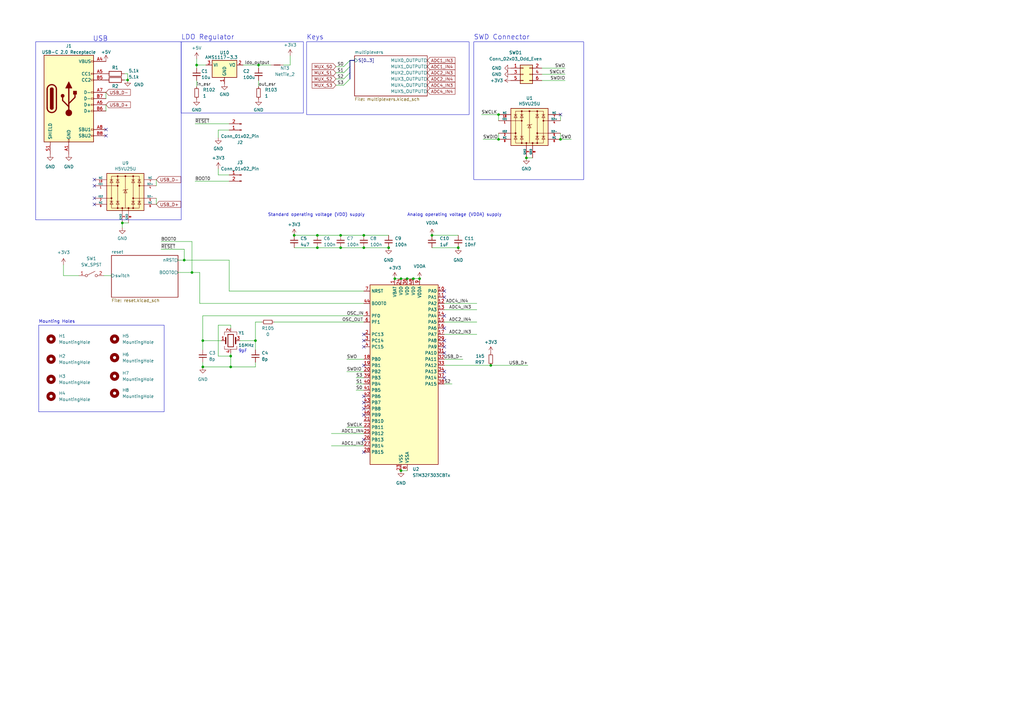
<source format=kicad_sch>
(kicad_sch (version 20230121) (generator eeschema)
  (paper "A3")
  (lib_symbols
    (symbol "Connector:Conn_01x02_Pin" (pin_names (offset 1.016) hide)
      (property "Reference" "J" (at 0 2.54 0))
      (property "Value" "Conn_01x02_Pin" (at 0 -5.08 0))
      (symbol "Conn_01x02_Pin_1_1"
        (polyline (pts (xy 1.27 -2.54) (xy 0.8636 -2.54)) (stroke (width 0.1524)))
        (polyline (pts (xy 1.27 0) (xy 0.8636 0)) (stroke (width 0.1524)))
        (rectangle (start 0.8636 -2.413) (end 0 -2.667) (stroke (width 0.1524)) (fill (type outline)))
        (rectangle (start 0.8636 0.127) (end 0 -0.127) (stroke (width 0.1524)) (fill (type outline)))
        (pin passive line (at 5.08 0 180) (length 3.81) (name "Pin_1") (number "1"))
        (pin passive line (at 5.08 -2.54 180) (length 3.81) (name "Pin_2") (number "2"))
      )
    )
    (symbol "Connector:USB_C_Receptacle_USB2.0" (pin_names (offset 1.016))
      (property "Reference" "J" (at -10.16 19.05 0))
      (property "Value" "USB_C_Receptacle_USB2.0" (at 19.05 19.05 0))
      (symbol "USB_C_Receptacle_USB2.0_0_0"
        (rectangle (start -0.254 -17.78) (end 0.254 -16.764))
        (rectangle (start 10.16 -14.986) (end 9.144 -15.494))
        (rectangle (start 10.16 -12.446) (end 9.144 -12.954))
        (rectangle (start 10.16 -4.826) (end 9.144 -5.334))
        (rectangle (start 10.16 -2.286) (end 9.144 -2.794))
        (rectangle (start 10.16 0.254) (end 9.144 -0.254))
        (rectangle (start 10.16 2.794) (end 9.144 2.286))
        (rectangle (start 10.16 7.874) (end 9.144 7.366))
        (rectangle (start 10.16 10.414) (end 9.144 9.906))
        (rectangle (start 10.16 15.494) (end 9.144 14.986))
      )
      (symbol "USB_C_Receptacle_USB2.0_0_1"
        (rectangle (start -10.16 17.78) (end 10.16 -17.78) (stroke (width 0.254)) (fill (type background)))
        (arc (start -8.89 -3.81) (mid -6.985 -5.7067) (end -5.08 -3.81) (stroke (width 0.508)))
        (arc (start -7.62 -3.81) (mid -6.985 -4.4423) (end -6.35 -3.81) (stroke (width 0.254)))
        (arc (start -7.62 -3.81) (mid -6.985 -4.4423) (end -6.35 -3.81) (stroke (width 0.254)) (fill (type outline)))
        (rectangle (start -7.62 -3.81) (end -6.35 3.81) (stroke (width 0.254)) (fill (type outline)))
        (arc (start -6.35 3.81) (mid -6.985 4.4423) (end -7.62 3.81) (stroke (width 0.254)))
        (arc (start -6.35 3.81) (mid -6.985 4.4423) (end -7.62 3.81) (stroke (width 0.254)) (fill (type outline)))
        (arc (start -5.08 3.81) (mid -6.985 5.7067) (end -8.89 3.81) (stroke (width 0.508)))
        (circle (center -2.54 1.143) (radius 0.635) (stroke (width 0.254)) (fill (type outline)))
        (circle (center 0 -5.842) (radius 1.27) (fill (type outline)))
        (polyline (pts (xy -8.89 -3.81) (xy -8.89 3.81)) (stroke (width 0.508)))
        (polyline (pts (xy -5.08 3.81) (xy -5.08 -3.81)) (stroke (width 0.508)))
        (polyline (pts (xy 0 -5.842) (xy 0 4.318)) (stroke (width 0.508)))
        (polyline (pts (xy 0 -3.302) (xy -2.54 -0.762) (xy -2.54 0.508)) (stroke (width 0.508)))
        (polyline (pts (xy 0 -2.032) (xy 2.54 0.508) (xy 2.54 1.778)) (stroke (width 0.508)))
        (polyline (pts (xy -1.27 4.318) (xy 0 6.858) (xy 1.27 4.318) (xy -1.27 4.318)) (stroke (width 0.254)) (fill (type outline)))
        (rectangle (start 1.905 1.778) (end 3.175 3.048) (stroke (width 0.254)) (fill (type outline)))
      )
      (symbol "USB_C_Receptacle_USB2.0_1_1"
        (pin passive line (at 0 -22.86 90) (length 5.08) (name "GND") (number "A1"))
        (pin passive line (at 0 -22.86 90) (length 5.08) hide (name "GND") (number "A12"))
        (pin passive line (at 15.24 15.24 180) (length 5.08) (name "VBUS") (number "A4"))
        (pin bidirectional line (at 15.24 10.16 180) (length 5.08) (name "CC1") (number "A5"))
        (pin bidirectional line (at 15.24 -2.54 180) (length 5.08) (name "D+") (number "A6"))
        (pin bidirectional line (at 15.24 2.54 180) (length 5.08) (name "D-") (number "A7"))
        (pin bidirectional line (at 15.24 -12.7 180) (length 5.08) (name "SBU1") (number "A8"))
        (pin passive line (at 15.24 15.24 180) (length 5.08) hide (name "VBUS") (number "A9"))
        (pin passive line (at 0 -22.86 90) (length 5.08) hide (name "GND") (number "B1"))
        (pin passive line (at 0 -22.86 90) (length 5.08) hide (name "GND") (number "B12"))
        (pin passive line (at 15.24 15.24 180) (length 5.08) hide (name "VBUS") (number "B4"))
        (pin bidirectional line (at 15.24 7.62 180) (length 5.08) (name "CC2") (number "B5"))
        (pin bidirectional line (at 15.24 -5.08 180) (length 5.08) (name "D+") (number "B6"))
        (pin bidirectional line (at 15.24 0 180) (length 5.08) (name "D-") (number "B7"))
        (pin bidirectional line (at 15.24 -15.24 180) (length 5.08) (name "SBU2") (number "B8"))
        (pin passive line (at 15.24 15.24 180) (length 5.08) hide (name "VBUS") (number "B9"))
        (pin passive line (at -7.62 -22.86 90) (length 5.08) (name "SHIELD") (number "S1"))
      )
    )
    (symbol "Connector_Generic:Conn_02x03_Odd_Even" (pin_names (offset 1.016) hide)
      (property "Reference" "J" (at 1.27 5.08 0))
      (property "Value" "Conn_02x03_Odd_Even" (at 1.27 -5.08 0))
      (symbol "Conn_02x03_Odd_Even_1_1"
        (rectangle (start -1.27 -2.413) (end 0 -2.667) (stroke (width 0.1524)))
        (rectangle (start -1.27 0.127) (end 0 -0.127) (stroke (width 0.1524)))
        (rectangle (start -1.27 2.667) (end 0 2.413) (stroke (width 0.1524)))
        (rectangle (start -1.27 3.81) (end 3.81 -3.81) (stroke (width 0.254)) (fill (type background)))
        (rectangle (start 3.81 -2.413) (end 2.54 -2.667) (stroke (width 0.1524)))
        (rectangle (start 3.81 0.127) (end 2.54 -0.127) (stroke (width 0.1524)))
        (rectangle (start 3.81 2.667) (end 2.54 2.413) (stroke (width 0.1524)))
        (pin passive line (at -5.08 2.54 0) (length 3.81) (name "Pin_1") (number "1"))
        (pin passive line (at 7.62 2.54 180) (length 3.81) (name "Pin_2") (number "2"))
        (pin passive line (at -5.08 0 0) (length 3.81) (name "Pin_3") (number "3"))
        (pin passive line (at 7.62 0 180) (length 3.81) (name "Pin_4") (number "4"))
        (pin passive line (at -5.08 -2.54 0) (length 3.81) (name "Pin_5") (number "5"))
        (pin passive line (at 7.62 -2.54 180) (length 3.81) (name "Pin_6") (number "6"))
      )
    )
    (symbol "Device:C_Small" (pin_numbers hide) (pin_names (offset 0.254) hide)
      (property "Reference" "C" (at 0.254 1.778 0))
      (property "Value" "C_Small" (at 0.254 -2.032 0))
      (symbol "C_Small_0_1"
        (polyline (pts (xy -1.524 -0.508) (xy 1.524 -0.508)) (stroke (width 0.3302)))
        (polyline (pts (xy -1.524 0.508) (xy 1.524 0.508)) (stroke (width 0.3048)))
      )
      (symbol "C_Small_1_1"
        (pin passive line (at 0 2.54 270) (length 2.032) (name "~") (number "1"))
        (pin passive line (at 0 -2.54 90) (length 2.032) (name "~") (number "2"))
      )
    )
    (symbol "Device:Crystal_GND24" (pin_names (offset 1.016) hide)
      (property "Reference" "Y" (at 3.175 5.08 0))
      (property "Value" "Crystal_GND24" (at 3.175 3.175 0))
      (symbol "Crystal_GND24_0_1"
        (rectangle (start -1.143 2.54) (end 1.143 -2.54) (stroke (width 0.3048)))
        (polyline (pts (xy -2.54 0) (xy -2.032 0)))
        (polyline (pts (xy -2.032 -1.27) (xy -2.032 1.27)) (stroke (width 0.508)))
        (polyline (pts (xy 0 -3.81) (xy 0 -3.556)))
        (polyline (pts (xy 0 3.556) (xy 0 3.81)))
        (polyline (pts (xy 2.032 -1.27) (xy 2.032 1.27)) (stroke (width 0.508)))
        (polyline (pts (xy 2.032 0) (xy 2.54 0)))
        (polyline (pts (xy -2.54 -2.286) (xy -2.54 -3.556) (xy 2.54 -3.556) (xy 2.54 -2.286)))
        (polyline (pts (xy -2.54 2.286) (xy -2.54 3.556) (xy 2.54 3.556) (xy 2.54 2.286)))
      )
      (symbol "Crystal_GND24_1_1"
        (pin passive line (at -3.81 0 0) (length 1.27) (name "1") (number "1"))
        (pin passive line (at 0 5.08 270) (length 1.27) (name "2") (number "2"))
        (pin passive line (at 3.81 0 180) (length 1.27) (name "3") (number "3"))
        (pin passive line (at 0 -5.08 90) (length 1.27) (name "4") (number "4"))
      )
    )
    (symbol "Device:NetTie_2" (pin_numbers hide) (pin_names (offset 0) hide) (in_bom no)
      (property "Reference" "NT" (at 0 1.27 0))
      (property "Value" "NetTie_2" (at 0 -1.27 0))
      (symbol "NetTie_2_0_1"
        (polyline (pts (xy -1.27 0) (xy 1.27 0)) (stroke (width 0.254)))
      )
      (symbol "NetTie_2_1_1"
        (pin passive line (at -2.54 0 0) (length 2.54) (name "1") (number "1"))
        (pin passive line (at 2.54 0 180) (length 2.54) (name "2") (number "2"))
      )
    )
    (symbol "Device:R" (pin_numbers hide) (pin_names (offset 0))
      (property "Reference" "R" (at 2.032 0 90))
      (property "Value" "R" (at 0 0 90))
      (symbol "R_0_1"
        (rectangle (start -1.016 -2.54) (end 1.016 2.54) (stroke (width 0.254)))
      )
      (symbol "R_1_1"
        (pin passive line (at 0 3.81 270) (length 1.27) (name "~") (number "1"))
        (pin passive line (at 0 -3.81 90) (length 1.27) (name "~") (number "2"))
      )
    )
    (symbol "Device:R_Small" (pin_numbers hide) (pin_names (offset 0.254) hide)
      (property "Reference" "R" (at 0.762 0.508 0))
      (property "Value" "R_Small" (at 0.762 -1.016 0))
      (symbol "R_Small_0_1"
        (rectangle (start -0.762 1.778) (end 0.762 -1.778) (stroke (width 0.2032)))
      )
      (symbol "R_Small_1_1"
        (pin passive line (at 0 2.54 270) (length 0.762) (name "~") (number "1"))
        (pin passive line (at 0 -2.54 90) (length 0.762) (name "~") (number "2"))
      )
    )
    (symbol "MCU_ST_STM32F3:STM32F303CBTx"
      (property "Reference" "U" (at -12.7 39.37 0))
      (property "Value" "STM32F303CBTx" (at 10.16 39.37 0))
      (symbol "STM32F303CBTx_0_1"
        (rectangle (start -12.7 -35.56) (end 15.24 38.1) (stroke (width 0.254)) (fill (type background)))
      )
      (symbol "STM32F303CBTx_1_1"
        (pin power_in line (at -2.54 40.64 270) (length 2.54) (name "VBAT") (number "1"))
        (pin bidirectional line (at 17.78 35.56 180) (length 2.54) (name "PA0") (number "10"))
        (pin bidirectional line (at 17.78 33.02 180) (length 2.54) (name "PA1") (number "11"))
        (pin bidirectional line (at 17.78 30.48 180) (length 2.54) (name "PA2") (number "12"))
        (pin bidirectional line (at 17.78 27.94 180) (length 2.54) (name "PA3") (number "13"))
        (pin bidirectional line (at 17.78 25.4 180) (length 2.54) (name "PA4") (number "14"))
        (pin bidirectional line (at 17.78 22.86 180) (length 2.54) (name "PA5") (number "15"))
        (pin bidirectional line (at 17.78 20.32 180) (length 2.54) (name "PA6") (number "16"))
        (pin bidirectional line (at 17.78 17.78 180) (length 2.54) (name "PA7") (number "17"))
        (pin bidirectional line (at -15.24 7.62 0) (length 2.54) (name "PB0") (number "18"))
        (pin bidirectional line (at -15.24 5.08 0) (length 2.54) (name "PB1") (number "19"))
        (pin bidirectional line (at -15.24 17.78 0) (length 2.54) (name "PC13") (number "2"))
        (pin bidirectional line (at -15.24 2.54 0) (length 2.54) (name "PB2") (number "20"))
        (pin bidirectional line (at -15.24 -17.78 0) (length 2.54) (name "PB10") (number "21"))
        (pin bidirectional line (at -15.24 -20.32 0) (length 2.54) (name "PB11") (number "22"))
        (pin power_in line (at 0 -38.1 90) (length 2.54) (name "VSS") (number "23"))
        (pin power_in line (at 0 40.64 270) (length 2.54) (name "VDD") (number "24"))
        (pin bidirectional line (at -15.24 -22.86 0) (length 2.54) (name "PB12") (number "25"))
        (pin bidirectional line (at -15.24 -25.4 0) (length 2.54) (name "PB13") (number "26"))
        (pin bidirectional line (at -15.24 -27.94 0) (length 2.54) (name "PB14") (number "27"))
        (pin bidirectional line (at -15.24 -30.48 0) (length 2.54) (name "PB15") (number "28"))
        (pin bidirectional line (at 17.78 15.24 180) (length 2.54) (name "PA8") (number "29"))
        (pin bidirectional line (at -15.24 15.24 0) (length 2.54) (name "PC14") (number "3"))
        (pin bidirectional line (at 17.78 12.7 180) (length 2.54) (name "PA9") (number "30"))
        (pin bidirectional line (at 17.78 10.16 180) (length 2.54) (name "PA10") (number "31"))
        (pin bidirectional line (at 17.78 7.62 180) (length 2.54) (name "PA11") (number "32"))
        (pin bidirectional line (at 17.78 5.08 180) (length 2.54) (name "PA12") (number "33"))
        (pin bidirectional line (at 17.78 2.54 180) (length 2.54) (name "PA13") (number "34"))
        (pin passive line (at 0 -38.1 90) (length 2.54) hide (name "VSS") (number "35"))
        (pin power_in line (at 2.54 40.64 270) (length 2.54) (name "VDD") (number "36"))
        (pin bidirectional line (at 17.78 0 180) (length 2.54) (name "PA14") (number "37"))
        (pin bidirectional line (at 17.78 -2.54 180) (length 2.54) (name "PA15") (number "38"))
        (pin bidirectional line (at -15.24 0 0) (length 2.54) (name "PB3") (number "39"))
        (pin bidirectional line (at -15.24 12.7 0) (length 2.54) (name "PC15") (number "4"))
        (pin bidirectional line (at -15.24 -2.54 0) (length 2.54) (name "PB4") (number "40"))
        (pin bidirectional line (at -15.24 -5.08 0) (length 2.54) (name "PB5") (number "41"))
        (pin bidirectional line (at -15.24 -7.62 0) (length 2.54) (name "PB6") (number "42"))
        (pin bidirectional line (at -15.24 -10.16 0) (length 2.54) (name "PB7") (number "43"))
        (pin input line (at -15.24 30.48 0) (length 2.54) (name "BOOT0") (number "44"))
        (pin bidirectional line (at -15.24 -12.7 0) (length 2.54) (name "PB8") (number "45"))
        (pin bidirectional line (at -15.24 -15.24 0) (length 2.54) (name "PB9") (number "46"))
        (pin passive line (at 0 -38.1 90) (length 2.54) hide (name "VSS") (number "47"))
        (pin power_in line (at 5.08 40.64 270) (length 2.54) (name "VDD") (number "48"))
        (pin bidirectional line (at -15.24 25.4 0) (length 2.54) (name "PF0") (number "5"))
        (pin bidirectional line (at -15.24 22.86 0) (length 2.54) (name "PF1") (number "6"))
        (pin input line (at -15.24 35.56 0) (length 2.54) (name "NRST") (number "7"))
        (pin power_in line (at 2.54 -38.1 90) (length 2.54) (name "VSSA") (number "8"))
        (pin power_in line (at 7.62 40.64 270) (length 2.54) (name "VDDA") (number "9"))
      )
    )
    (symbol "Mechanical:MountingHole" (pin_names (offset 1.016))
      (property "Reference" "H" (at 0 5.08 0))
      (property "Value" "MountingHole" (at 0 3.175 0))
      (symbol "MountingHole_0_1"
        (circle (center 0 0) (radius 1.27) (stroke (width 1.27)))
      )
    )
    (symbol "Regulator_Linear:AMS1117-3.3"
      (property "Reference" "U" (at -3.81 3.175 0))
      (property "Value" "AMS1117-3.3" (at 0 3.175 0))
      (symbol "AMS1117-3.3_0_1"
        (rectangle (start -5.08 -5.08) (end 5.08 1.905) (stroke (width 0.254)) (fill (type background)))
      )
      (symbol "AMS1117-3.3_1_1"
        (pin power_in line (at 0 -7.62 90) (length 2.54) (name "GND") (number "1"))
        (pin power_out line (at 7.62 0 180) (length 2.54) (name "VO") (number "2"))
        (pin power_in line (at -7.62 0 0) (length 2.54) (name "VI") (number "3"))
      )
    )
    (symbol "Switch:SW_SPST" (pin_names (offset 0) hide)
      (property "Reference" "SW" (at 0 3.175 0))
      (property "Value" "SW_SPST" (at 0 -2.54 0))
      (symbol "SW_SPST_0_0"
        (circle (center -2.032 0) (radius 0.508))
        (polyline (pts (xy -1.524 0.254) (xy 1.524 1.778)))
        (circle (center 2.032 0) (radius 0.508))
      )
      (symbol "SW_SPST_1_1"
        (pin passive line (at -5.08 0 0) (length 2.54) (name "A") (number "1"))
        (pin passive line (at 5.08 0 180) (length 2.54) (name "B") (number "2"))
      )
    )
    (symbol "Unified-Daughterboard-rescue:TPD4E05U06DQAR-acheronSymbols" (pin_names (offset 0))
      (property "Reference" "U" (at 0 12.7 0))
      (property "Value" "TPD4E05U06DQAR-acheronSymbols" (at 0 10.16 0))
      (symbol "TPD4E05U06DQAR-acheronSymbols_0_0"
        (rectangle (start -5.715 6.477) (end 5.715 -6.604))
        (polyline (pts (xy -3.175 -6.604) (xy -3.175 6.477)))
        (polyline (pts (xy 0 6.477) (xy 0 -6.604)))
        (polyline (pts (xy 3.175 6.477) (xy 3.175 -6.604)))
      )
      (symbol "TPD4E05U06DQAR-acheronSymbols_0_1"
        (rectangle (start -7.62 7.62) (end 7.62 -7.62) (stroke (width 0.254)) (fill (type background)))
        (circle (center -5.715 -2.54) (radius 0.2794) (fill (type outline)))
        (circle (center -3.175 -6.604) (radius 0.2794) (fill (type outline)))
        (circle (center -3.175 2.54) (radius 0.2794) (fill (type outline)))
        (circle (center -3.175 6.477) (radius 0.2794) (fill (type outline)))
        (circle (center -1.27 -6.604) (radius 0.2794) (fill (type outline)))
        (polyline (pts (xy -7.747 2.54) (xy -3.175 2.54)))
        (polyline (pts (xy -7.62 -2.54) (xy -5.715 -2.54)))
        (polyline (pts (xy -5.08 -3.81) (xy -6.35 -3.81)))
        (polyline (pts (xy -5.08 5.08) (xy -6.35 5.08)))
        (polyline (pts (xy -2.54 -3.81) (xy -3.81 -3.81)))
        (polyline (pts (xy -2.54 5.08) (xy -3.81 5.08)))
        (polyline (pts (xy -1.27 -6.604) (xy -1.27 -7.62)))
        (polyline (pts (xy -0.635 0.889) (xy -1.016 0.635)))
        (polyline (pts (xy 0.635 0.889) (xy -0.635 0.889)))
        (polyline (pts (xy 0.635 0.889) (xy 1.016 1.143)))
        (polyline (pts (xy 3.81 -3.81) (xy 2.54 -3.81)))
        (polyline (pts (xy 3.81 5.08) (xy 2.54 5.08)))
        (polyline (pts (xy 6.35 -3.81) (xy 5.08 -3.81)))
        (polyline (pts (xy 6.35 5.08) (xy 5.08 5.08)))
        (polyline (pts (xy 7.62 -2.54) (xy 3.175 -2.54)))
        (polyline (pts (xy 7.62 2.54) (xy 5.715 2.54)))
        (polyline (pts (xy -5.08 -5.08) (xy -6.35 -5.08) (xy -5.715 -3.81) (xy -5.08 -5.08)))
        (polyline (pts (xy -5.08 3.81) (xy -6.35 3.81) (xy -5.715 5.08) (xy -5.08 3.81)))
        (polyline (pts (xy -2.54 -5.08) (xy -3.81 -5.08) (xy -3.175 -3.81) (xy -2.54 -5.08)))
        (polyline (pts (xy -2.54 3.81) (xy -3.81 3.81) (xy -3.175 5.08) (xy -2.54 3.81)))
        (polyline (pts (xy 0.635 -0.381) (xy -0.635 -0.381) (xy 0 0.889) (xy 0.635 -0.381)))
        (polyline (pts (xy 3.81 -5.08) (xy 2.54 -5.08) (xy 3.175 -3.81) (xy 3.81 -5.08)))
        (polyline (pts (xy 3.81 3.81) (xy 2.54 3.81) (xy 3.175 5.08) (xy 3.81 3.81)))
        (polyline (pts (xy 6.35 -5.08) (xy 5.08 -5.08) (xy 5.715 -3.81) (xy 6.35 -5.08)))
        (polyline (pts (xy 6.35 3.81) (xy 5.08 3.81) (xy 5.715 5.08) (xy 6.35 3.81)))
        (circle (center 0 6.477) (radius 0.2794) (fill (type outline)))
        (circle (center 3.175 -6.604) (radius 0.2794) (fill (type outline)))
        (circle (center 3.175 -2.54) (radius 0.2794) (fill (type outline)))
        (circle (center 3.175 6.477) (radius 0.2794) (fill (type outline)))
        (circle (center 5.715 2.54) (radius 0.2794) (fill (type outline)))
      )
      (symbol "TPD4E05U06DQAR-acheronSymbols_1_1"
        (polyline (pts (xy 1.27 -6.604) (xy 1.27 -7.62)))
        (circle (center 1.27 -6.604) (radius 0.2794) (fill (type outline)))
        (pin bidirectional line (at -12.7 2.54 0) (length 5.08) (name "IO1") (number "1"))
        (pin bidirectional line (at -12.7 5.08 0) (length 5.08) (name "NC") (number "10"))
        (pin bidirectional line (at -12.7 -2.54 0) (length 5.08) (name "IO2") (number "2"))
        (pin power_in line (at -1.27 -12.7 90) (length 5.08) (name "GND") (number "3"))
        (pin bidirectional line (at 12.7 2.54 180) (length 5.08) (name "D2+") (number "4"))
        (pin bidirectional line (at 12.7 -2.54 180) (length 5.08) (name "D2-") (number "5"))
        (pin bidirectional line (at 12.7 -5.08 180) (length 5.08) (name "NC") (number "6"))
        (pin bidirectional line (at 12.7 5.08 180) (length 5.08) (name "NC") (number "7"))
        (pin power_in line (at 1.27 -12.7 90) (length 5.08) (name "GND") (number "8"))
        (pin bidirectional line (at -12.7 -5.08 0) (length 5.08) (name "NC") (number "9"))
      )
    )
    (symbol "power:+3V3" (power) (pin_names (offset 0))
      (property "Value" "+3V3" (at 0 3.556 0))
      (symbol "+3V3_0_1"
        (polyline (pts (xy -0.762 1.27) (xy 0 2.54)))
        (polyline (pts (xy 0 0) (xy 0 2.54)))
        (polyline (pts (xy 0 2.54) (xy 0.762 1.27)))
      )
      (symbol "+3V3_1_1"
        (pin power_in line (at 0 0 90) (length 0) hide (name "+3V3") (number "1"))
      )
    )
    (symbol "power:+5V" (power) (pin_names (offset 0))
      (property "Value" "+5V" (at 0 3.556 0))
      (symbol "+5V_0_1"
        (polyline (pts (xy -0.762 1.27) (xy 0 2.54)))
        (polyline (pts (xy 0 0) (xy 0 2.54)))
        (polyline (pts (xy 0 2.54) (xy 0.762 1.27)))
      )
      (symbol "+5V_1_1"
        (pin power_in line (at 0 0 90) (length 0) hide (name "+5V") (number "1"))
      )
    )
    (symbol "power:GND" (power) (pin_names (offset 0))
      (property "Value" "GND" (at 0 -3.81 0))
      (symbol "GND_0_1"
        (polyline (pts (xy 0 0) (xy 0 -1.27) (xy 1.27 -1.27) (xy 0 -2.54) (xy -1.27 -1.27) (xy 0 -1.27)))
      )
      (symbol "GND_1_1"
        (pin power_in line (at 0 0 270) (length 0) hide (name "GND") (number "1"))
      )
    )
    (symbol "power:VDDA" (power) (pin_names (offset 0))
      (property "Value" "VDDA" (at 0 3.81 0))
      (symbol "VDDA_0_1"
        (polyline (pts (xy -0.762 1.27) (xy 0 2.54)))
        (polyline (pts (xy 0 0) (xy 0 2.54)))
        (polyline (pts (xy 0 2.54) (xy 0.762 1.27)))
      )
      (symbol "VDDA_1_1"
        (pin power_in line (at 0 0 90) (length 0) hide (name "VDDA") (number "1"))
      )
    )
  )
  (junction (at 75.565 106.68))
  (junction (at 80.645 26.67))
  (junction (at 94.615 146.05))
  (junction (at 139.7 96.52))
  (junction (at 204.47 46.99))
  (junction (at 215.9 64.77))
  (junction (at 164.465 193.04))
  (junction (at 78.74 111.76))
  (junction (at 164.465 114.3))
  (junction (at 169.545 114.3))
  (junction (at 130.175 96.52))
  (junction (at 139.7 101.6))
  (junction (at 161.925 114.3))
  (junction (at 204.47 57.15))
  (junction (at 172.085 114.3))
  (junction (at 149.225 101.6))
  (junction (at 104.775 139.7))
  (junction (at 159.385 101.6))
  (junction (at 106.045 26.67))
  (junction (at 187.96 101.6))
  (junction (at 50.165 91.44))
  (junction (at 83.185 139.7))
  (junction (at 177.165 96.52))
  (junction (at 130.175 101.6))
  (junction (at 201.295 149.86))
  (junction (at 167.005 114.3))
  (junction (at 229.87 57.15))
  (junction (at 52.3494 32.8168))
  (junction (at 149.225 96.52))
  (junction (at 120.65 96.52))
  (junction (at 83.185 150.495))
  (junction (at 94.615 150.495))
  (no_connect (at 149.225 139.7))
  (no_connect (at 38.735 83.82))
  (no_connect (at 149.225 162.56))
  (no_connect (at 149.225 137.16))
  (no_connect (at 149.225 185.42))
  (no_connect (at 182.245 121.92))
  (no_connect (at 182.245 154.94))
  (no_connect (at 43.4594 55.6768))
  (no_connect (at 149.225 142.24))
  (no_connect (at 182.245 142.24))
  (no_connect (at 182.245 152.4))
  (no_connect (at 38.735 81.28))
  (no_connect (at 38.735 73.66))
  (no_connect (at 149.225 180.34))
  (no_connect (at 149.225 170.18))
  (no_connect (at 149.225 167.64))
  (no_connect (at 182.245 134.62))
  (no_connect (at 182.245 144.78))
  (no_connect (at 38.735 76.2))
  (no_connect (at 182.245 139.7))
  (no_connect (at 182.245 129.54))
  (no_connect (at 149.225 165.1))
  (no_connect (at 182.245 119.38))
  (no_connect (at 229.87 46.99))
  (no_connect (at 149.225 149.86))
  (no_connect (at 43.4594 53.1368))
  (bus_entry (at 143.51 29.845) (size -2.54 2.54))
  (bus_entry (at 143.51 32.385) (size -2.54 2.54))
  (bus_entry (at 143.51 27.305) (size -2.54 2.54))
  (bus_entry (at 143.51 24.765) (size -2.54 2.54))
  (wire (pts (xy 229.87 54.61) (xy 229.87 57.15)))
  (wire (pts (xy 149.225 152.4) (xy 142.24 152.4)))
  (wire (pts (xy 106.045 27.94) (xy 106.045 26.67)))
  (wire (pts (xy 182.245 147.32) (xy 189.865 147.32)))
  (wire (pts (xy 83.185 143.51) (xy 83.185 139.7)))
  (wire (pts (xy 80.645 35.56) (xy 80.645 33.02)))
  (wire (pts (xy 26.035 113.03) (xy 26.035 108.585)))
  (wire (pts (xy 43.4594 37.8968) (xy 43.4594 40.4368)))
  (wire (pts (xy 140.97 34.925) (xy 137.795 34.925)))
  (wire (pts (xy 140.97 27.305) (xy 137.795 27.305)))
  (wire (pts (xy 231.775 30.48) (xy 222.25 30.48)))
  (wire (pts (xy 81.915 111.76) (xy 81.915 124.46)))
  (wire (pts (xy 197.485 46.99) (xy 204.47 46.99)))
  (wire (pts (xy 118.999 26.67) (xy 118.999 22.86)))
  (wire (pts (xy 182.245 127) (xy 195.58 127)))
  (wire (pts (xy 93.98 119.38) (xy 149.225 119.38)))
  (wire (pts (xy 94.615 133.35) (xy 89.535 133.35)))
  (wire (pts (xy 93.98 106.68) (xy 93.98 119.38)))
  (wire (pts (xy 231.775 33.02) (xy 222.25 33.02)))
  (wire (pts (xy 94.615 134.62) (xy 94.615 133.35)))
  (bus (pts (xy 143.51 29.845) (xy 143.51 32.385)))
  (wire (pts (xy 198.12 57.15) (xy 204.47 57.15)))
  (wire (pts (xy 80.645 24.13) (xy 80.645 26.67)))
  (wire (pts (xy 89.535 146.05) (xy 94.615 146.05)))
  (wire (pts (xy 139.7 96.52) (xy 149.225 96.52)))
  (wire (pts (xy 89.535 71.755) (xy 93.98 71.755)))
  (wire (pts (xy 75.565 102.235) (xy 75.565 106.68)))
  (wire (pts (xy 146.05 154.94) (xy 149.225 154.94)))
  (wire (pts (xy 83.185 139.7) (xy 83.185 129.54)))
  (wire (pts (xy 140.97 29.845) (xy 137.795 29.845)))
  (wire (pts (xy 229.87 57.15) (xy 234.315 57.15)))
  (wire (pts (xy 120.65 101.6) (xy 130.175 101.6)))
  (wire (pts (xy 142.24 175.26) (xy 149.225 175.26)))
  (wire (pts (xy 42.545 113.03) (xy 45.72 113.03)))
  (wire (pts (xy 89.535 53.34) (xy 93.98 53.34)))
  (wire (pts (xy 164.465 193.04) (xy 167.005 193.04)))
  (wire (pts (xy 104.775 143.51) (xy 104.775 139.7)))
  (wire (pts (xy 75.565 106.68) (xy 93.98 106.68)))
  (wire (pts (xy 80.645 26.67) (xy 84.455 26.67)))
  (wire (pts (xy 52.3494 32.8168) (xy 51.0794 32.8168)))
  (wire (pts (xy 106.045 26.67) (xy 111.125 26.67)))
  (wire (pts (xy 149.225 96.52) (xy 159.385 96.52)))
  (wire (pts (xy 80.01 50.8) (xy 93.98 50.8)))
  (bus (pts (xy 143.51 27.305) (xy 143.51 29.845)))
  (wire (pts (xy 64.135 73.66) (xy 64.135 76.2)))
  (wire (pts (xy 80.01 74.295) (xy 93.98 74.295)))
  (wire (pts (xy 89.535 56.515) (xy 89.535 53.34)))
  (wire (pts (xy 89.535 69.215) (xy 89.535 71.755)))
  (wire (pts (xy 80.645 27.94) (xy 80.645 26.67)))
  (wire (pts (xy 169.545 114.3) (xy 172.085 114.3)))
  (wire (pts (xy 182.245 157.48) (xy 185.42 157.48)))
  (wire (pts (xy 81.915 124.46) (xy 149.225 124.46)))
  (wire (pts (xy 140.97 32.385) (xy 137.795 32.385)))
  (wire (pts (xy 204.47 54.61) (xy 204.47 57.15)))
  (wire (pts (xy 78.74 111.76) (xy 78.74 99.06)))
  (wire (pts (xy 52.3494 30.2768) (xy 52.3494 32.8168)))
  (wire (pts (xy 120.65 96.52) (xy 130.175 96.52)))
  (wire (pts (xy 106.045 35.56) (xy 106.045 33.02)))
  (wire (pts (xy 32.385 113.03) (xy 26.035 113.03)))
  (wire (pts (xy 116.205 26.67) (xy 118.999 26.67)))
  (wire (pts (xy 83.185 148.59) (xy 83.185 150.495)))
  (wire (pts (xy 104.775 139.7) (xy 104.775 132.08)))
  (wire (pts (xy 81.915 111.76) (xy 78.74 111.76)))
  (wire (pts (xy 139.7 101.6) (xy 149.225 101.6)))
  (wire (pts (xy 89.535 133.35) (xy 89.535 146.05)))
  (wire (pts (xy 66.04 102.235) (xy 75.565 102.235)))
  (wire (pts (xy 135.89 177.8) (xy 149.225 177.8)))
  (wire (pts (xy 94.615 150.495) (xy 104.775 150.495)))
  (wire (pts (xy 182.245 124.46) (xy 195.58 124.46)))
  (wire (pts (xy 52.3494 30.2768) (xy 51.0794 30.2768)))
  (wire (pts (xy 182.245 132.08) (xy 195.58 132.08)))
  (wire (pts (xy 146.05 160.02) (xy 149.225 160.02)))
  (bus (pts (xy 143.51 24.765) (xy 143.51 27.305)))
  (wire (pts (xy 50.165 91.44) (xy 52.705 91.44)))
  (wire (pts (xy 215.9 64.77) (xy 218.44 64.77)))
  (wire (pts (xy 98.425 139.7) (xy 104.775 139.7)))
  (wire (pts (xy 201.295 149.86) (xy 216.535 149.86)))
  (wire (pts (xy 229.87 46.99) (xy 229.87 49.53)))
  (wire (pts (xy 73.025 106.68) (xy 75.565 106.68)))
  (wire (pts (xy 204.47 46.99) (xy 204.47 49.53)))
  (wire (pts (xy 182.245 149.86) (xy 201.295 149.86)))
  (wire (pts (xy 94.615 146.05) (xy 94.615 144.78)))
  (wire (pts (xy 231.775 27.94) (xy 222.25 27.94)))
  (wire (pts (xy 146.05 157.48) (xy 149.225 157.48)))
  (wire (pts (xy 177.165 96.52) (xy 187.96 96.52)))
  (wire (pts (xy 164.465 114.3) (xy 167.005 114.3)))
  (wire (pts (xy 149.225 101.6) (xy 159.385 101.6)))
  (wire (pts (xy 66.04 99.06) (xy 78.74 99.06)))
  (wire (pts (xy 50.165 91.44) (xy 50.165 93.345)))
  (wire (pts (xy 112.395 132.08) (xy 149.225 132.08)))
  (wire (pts (xy 104.775 132.08) (xy 107.315 132.08)))
  (wire (pts (xy 83.185 150.495) (xy 94.615 150.495)))
  (wire (pts (xy 130.175 101.6) (xy 139.7 101.6)))
  (wire (pts (xy 64.135 81.28) (xy 64.135 83.82)))
  (wire (pts (xy 135.89 182.88) (xy 149.225 182.88)))
  (wire (pts (xy 130.175 96.52) (xy 139.7 96.52)))
  (wire (pts (xy 142.24 147.32) (xy 149.225 147.32)))
  (wire (pts (xy 94.615 146.05) (xy 94.615 150.495)))
  (wire (pts (xy 182.245 137.16) (xy 195.58 137.16)))
  (wire (pts (xy 161.925 114.3) (xy 164.465 114.3)))
  (wire (pts (xy 73.025 111.76) (xy 78.74 111.76)))
  (wire (pts (xy 177.165 101.6) (xy 187.96 101.6)))
  (bus (pts (xy 143.51 24.765) (xy 145.415 24.765)))
  (wire (pts (xy 99.695 26.67) (xy 106.045 26.67)))
  (wire (pts (xy 43.4594 42.9768) (xy 43.4594 45.5168)))
  (wire (pts (xy 83.185 129.54) (xy 149.225 129.54)))
  (wire (pts (xy 167.005 114.3) (xy 169.545 114.3)))
  (wire (pts (xy 104.775 148.59) (xy 104.775 150.495)))
  (wire (pts (xy 83.185 139.7) (xy 90.805 139.7)))
  (rectangle (start 194.31 17.145) (end 239.395 73.66))
  (rectangle (start 14.605 17.145) (end 74.295 90.17))
  (rectangle (start 125.73 17.145) (end 192.405 46.99))
  (rectangle (start 74.295 17.145) (end 124.46 46.355))
  (rectangle (start 15.875 133.35) (end 67.31 168.91))
  (text "Keys" (at 125.73 16.51 0) (effects (font (size 2 2)) (justify left bottom)))
  (text "SWD Connector" (at 194.31 16.51 0) (effects (font (size 2 2)) (justify left bottom)))
  (text "Mounting Holes" (at 15.875 132.715 0) (effects (font (size 1.27 1.27)) (justify left bottom)))
  (text "9pF" (at 97.79 144.78 0) (effects (font (size 1.27 1.27)) (justify left bottom)))
  (text "USB" (at 38.1 17.145 0) (effects (font (size 2 2)) (justify left bottom)))
  (text "Analog operating voltage (VDDA) supply" (at 167.005 88.9 0) (effects (font (size 1.27 1.27)) (justify left bottom)))
  (text "LDO Regulator" (at 74.295 16.51 0) (effects (font (size 2 2)) (justify left bottom)))
  (text "Standard operating voltage (VDD) supply" (at 109.855 88.9 0) (effects (font (size 1.27 1.27)) (justify left bottom)))
  (label "S0" (at 146.05 160.02 0))
  (label "S2" (at 182.245 157.48 0))
  (label "OSC_OUT" (at 140.335 132.08 0))
  (label "ADC4_IN3" (at 184.15 127 0))
  (label "S1" (at 140.97 29.845 180))
  (label "USB_D+" (at 216.535 149.86 180))
  (label "SWCLK" (at 142.24 175.26 0))
  (label "ADC2_IN3" (at 184.15 137.16 0))
  (label "SWCLK" (at 231.775 30.48 180))
  (label "BOOT0" (at 66.04 99.06 0))
  (label "S0" (at 140.97 27.305 180))
  (label "ldo_output" (at 100.33 26.67 0))
  (label "SWCLK" (at 197.485 46.99 0))
  (label "SWDIO" (at 231.775 33.02 180))
  (label "BOOT0" (at 80.01 74.295 0))
  (label "SWO" (at 231.775 27.94 180))
  (label "SWO" (at 142.24 147.32 0))
  (label "ADC1_IN4" (at 149.225 177.8 180))
  (label "S3" (at 146.05 154.94 0))
  (label "ADC2_IN4" (at 184.15 132.08 0))
  (label "ADC1_IN3" (at 149.225 182.88 180))
  (label "S2" (at 140.97 32.385 180))
  (label "SWDIO" (at 142.24 152.4 0))
  (label "in_esr" (at 80.645 35.56 0))
  (label "S1" (at 146.05 157.48 0))
  (label "ADC4_IN4" (at 182.88 124.46 0))
  (label "SWDIO" (at 198.12 57.15 0))
  (label "OSC_IN" (at 142.24 129.54 0))
  (label "~{RESET}" (at 66.04 102.235 0))
  (label "USB_D-" (at 189.865 147.32 180))
  (label "~{RESET}" (at 80.01 50.8 0))
  (label "out_esr" (at 106.045 35.56 0))
  (label "S3" (at 140.97 34.925 180))
  (label "SWO" (at 234.315 57.15 180))
  (global_label "MUX_S3" (shape input) (at 137.795 34.925 180) (property "Intersheetrefs" "${INTERSHEET_REFS}" (effects hide)))
  (global_label "ADC2_IN4" (shape input) (at 175.26 32.385 0) (property "Intersheetrefs" "${INTERSHEET_REFS}" (effects hide)))
  (global_label "ADC4_IN4" (shape input) (at 175.26 37.465 0) (property "Intersheetrefs" "${INTERSHEET_REFS}" (effects hide)))
  (global_label "MUX_S1" (shape input) (at 137.795 29.845 180) (property "Intersheetrefs" "${INTERSHEET_REFS}" (effects hide)))
  (global_label "ADC2_IN3" (shape input) (at 175.26 29.845 0) (property "Intersheetrefs" "${INTERSHEET_REFS}" (effects hide)))
  (global_label "ADC4_IN3" (shape input) (at 175.26 34.925 0) (property "Intersheetrefs" "${INTERSHEET_REFS}" (effects hide)))
  (global_label "USB_D-" (shape input) (at 43.4594 37.8968 0) (property "Intersheetrefs" "${INTERSHEET_REFS}" (effects hide)))
  (global_label "USB_D+" (shape input) (at 64.135 83.82 0) (property "Intersheetrefs" "${INTERSHEET_REFS}" (effects hide)))
  (global_label "MUX_S0" (shape input) (at 137.795 27.305 180) (property "Intersheetrefs" "${INTERSHEET_REFS}" (effects hide)))
  (global_label "USB_D+" (shape input) (at 43.4594 42.9768 0) (property "Intersheetrefs" "${INTERSHEET_REFS}" (effects hide)))
  (global_label "ADC1_IN4" (shape input) (at 175.26 27.305 0) (property "Intersheetrefs" "${INTERSHEET_REFS}" (effects hide)))
  (global_label "ADC1_IN3" (shape input) (at 175.26 24.765 0) (property "Intersheetrefs" "${INTERSHEET_REFS}" (effects hide)))
  (global_label "MUX_S2" (shape input) (at 137.795 32.385 180) (property "Intersheetrefs" "${INTERSHEET_REFS}" (effects hide)))
  (global_label "USB_D-" (shape input) (at 64.135 73.66 0) (property "Intersheetrefs" "${INTERSHEET_REFS}" (effects hide)))
  (symbol (lib_id "Device:R") (at 47.2694 32.8168 270) (unit 1)
    (property "Reference" "R2" (at 47.2694 35.3568 90))
    (property "Value" "5.1k" (at 54.8894 31.5468 90))
    (property "Footprint" "Resistor_SMD:R_0402_1005Metric" (effects hide))
    (property "Datasheet" "https://datasheet.lcsc.com/lcsc/2206010045_UNI-ROYAL-Uniroyal-Elec-0402WGF5101TCE_C25905.pdf" (effects hide))
    (property "LCSC" "C25905" (effects hide))
  )
  (symbol (lib_id "power:VDDA") (at 177.165 96.52 0) (unit 1)
    (property "Reference" "#PWR06" (effects hide))
    (property "Value" "VDDA" (at 177.165 91.44 0))
  )
  (symbol (lib_id "power:+5V") (at 80.645 24.13 0) (unit 1)
    (property "Reference" "#PWR0398" (effects hide))
    (property "Value" "+5V" (at 80.645 19.685 0))
  )
  (symbol (lib_id "power:+3V3") (at 118.999 22.86 0) (unit 1)
    (property "Reference" "#PWR0397" (effects hide))
    (property "Value" "+3V3" (at 118.999 18.415 0))
  )
  (symbol (lib_id "Mechanical:MountingHole") (at 20.955 162.56 0) (unit 1)
    (property "Reference" "H4" (at 24.13 161.29 0) (effects (justify left)))
    (property "Value" "MountingHole" (at 24.13 163.83 0) (effects (justify left)))
    (property "Footprint" "MountingHole:MountingHole_2.2mm_M2_Pad" (effects hide))
  )
  (symbol (lib_id "Device:C_Small") (at 130.175 99.06 0) (unit 1)
    (property "Reference" "C6" (at 132.715 97.7963 0) (effects (justify left)))
    (property "Value" "100n" (at 132.715 100.3363 0) (effects (justify left)))
    (property "Footprint" "Capacitor_SMD:C_0402_1005Metric" (effects hide))
  )
  (symbol (lib_id "power:GND") (at 89.535 56.515 0) (unit 1)
    (property "Reference" "#PWR0393" (effects hide))
    (property "Value" "GND" (at 89.535 60.96 0))
  )
  (symbol (lib_id "Device:R_Small") (at 201.295 147.32 180) (unit 1)
    (property "Reference" "R97" (at 198.755 148.59 0) (effects (justify left)))
    (property "Value" "1k5" (at 198.755 146.05 0) (effects (justify left)))
    (property "Footprint" "Resistor_SMD:R_0402_1005Metric" (effects hide))
  )
  (symbol (lib_id "Connector:Conn_01x02_Pin") (at 99.06 71.755 0) (mirror y) (unit 1)
    (property "Reference" "J3" (at 98.425 66.675 0))
    (property "Value" "Conn_01x02_Pin" (at 98.425 69.215 0))
    (property "Footprint" "Connector_PinHeader_2.54mm:PinHeader_1x02_P2.54mm_Vertical" (effects hide))
  )
  (symbol (lib_id "power:GND") (at 83.185 150.495 0) (unit 1)
    (property "Reference" "#PWR02" (effects hide))
    (property "Value" "GND" (at 83.185 155.575 0))
  )
  (symbol (lib_id "Device:R") (at 47.2694 30.2768 270) (unit 1)
    (property "Reference" "R1" (at 47.2694 27.7368 90))
    (property "Value" "5.1k" (at 54.8894 29.0068 90))
    (property "Footprint" "Resistor_SMD:R_0402_1005Metric" (effects hide))
    (property "Datasheet" "https://datasheet.lcsc.com/lcsc/2206010045_UNI-ROYAL-Uniroyal-Elec-0402WGF5101TCE_C25905.pdf" (effects hide))
    (property "LCSC Part" "C25905" (effects hide))
    (property "LCSC" "C25905" (effects hide))
  )
  (symbol (lib_id "power:GND") (at 52.3494 32.8168 0) (unit 1)
    (property "Reference" "#PWR07" (effects hide))
    (property "Value" "GND" (at 54.8894 34.7218 0) (effects (justify left)))
  )
  (symbol (lib_id "Device:C_Small") (at 187.96 99.06 0) (unit 1)
    (property "Reference" "C11" (at 190.5 97.7963 0) (effects (justify left)))
    (property "Value" "10nF" (at 190.5 100.3363 0) (effects (justify left)))
    (property "Footprint" "Capacitor_SMD:C_0402_1005Metric" (effects hide))
  )
  (symbol (lib_id "power:GND") (at 209.55 27.94 270) (unit 1)
    (property "Reference" "#PWR016" (effects hide))
    (property "Value" "GND" (at 205.74 27.94 90) (effects (justify right)))
  )
  (symbol (lib_id "power:+3V3") (at 120.65 96.52 0) (unit 1)
    (property "Reference" "#PWR04" (effects hide))
    (property "Value" "+3V3" (at 120.65 92.075 0))
  )
  (symbol (lib_id "Mechanical:MountingHole") (at 46.99 154.305 0) (unit 1)
    (property "Reference" "H7" (at 50.165 153.035 0) (effects (justify left)))
    (property "Value" "MountingHole" (at 50.165 155.575 0) (effects (justify left)))
    (property "Footprint" "MountingHole:MountingHole_2.2mm_M2_Pad" (effects hide))
  )
  (symbol (lib_id "Mechanical:MountingHole") (at 46.99 146.685 0) (unit 1)
    (property "Reference" "H6" (at 50.165 145.415 0) (effects (justify left)))
    (property "Value" "MountingHole" (at 50.165 147.955 0) (effects (justify left)))
    (property "Footprint" "MountingHole:MountingHole_2.2mm_M2_Pad" (effects hide))
  )
  (symbol (lib_id "Device:C_Small") (at 80.645 30.48 0) (unit 1)
    (property "Reference" "C1" (at 82.55 29.21 0) (effects (justify left)))
    (property "Value" "10u" (at 82.55 31.75 0) (effects (justify left)))
    (property "Footprint" "Capacitor_SMD:C_1206_3216Metric" (effects hide))
  )
  (symbol (lib_id "power:+3V3") (at 201.295 144.78 0) (unit 1)
    (property "Reference" "#PWR015" (effects hide))
    (property "Value" "+3V3" (at 201.295 140.335 0))
  )
  (symbol (lib_id "power:GND") (at 80.645 40.64 0) (unit 1)
    (property "Reference" "#PWR0400" (effects hide))
    (property "Value" "GND" (at 80.645 45.085 0))
  )
  (symbol (lib_id "MCU_ST_STM32F3:STM32F303CBTx") (at 164.465 154.94 0) (unit 1)
    (property "Reference" "U2" (at 169.1991 192.405 0) (effects (justify left)))
    (property "Value" "STM32F303CBTx" (at 169.1991 194.945 0) (effects (justify left)))
    (property "Footprint" "Package_QFP:LQFP-48_7x7mm_P0.5mm" (effects hide))
    (property "Datasheet" "https://www.st.com/resource/en/datasheet/stm32f303cb.pdf" (effects hide))
  )
  (symbol (lib_id "Mechanical:MountingHole") (at 20.955 139.065 0) (unit 1)
    (property "Reference" "H1" (at 24.13 137.795 0) (effects (justify left)))
    (property "Value" "MountingHole" (at 24.13 140.335 0) (effects (justify left)))
    (property "Footprint" "MountingHole:MountingHole_2.2mm_M2_Pad" (effects hide))
  )
  (symbol (lib_id "power:GND") (at 159.385 101.6 0) (unit 1)
    (property "Reference" "#PWR05" (effects hide))
    (property "Value" "GND" (at 159.385 106.68 0))
  )
  (symbol (lib_id "power:+3V3") (at 26.035 108.585 0) (unit 1)
    (property "Reference" "#PWR017" (effects hide))
    (property "Value" "+3V3" (at 26.035 103.505 0))
  )
  (symbol (lib_id "Device:C_Small") (at 106.045 30.48 0) (unit 1)
    (property "Reference" "C2" (at 99.695 29.21 0) (effects (justify left)))
    (property "Value" "100u" (at 99.695 31.75 0) (effects (justify left)))
    (property "Footprint" "Capacitor_SMD:C_1206_3216Metric" (effects hide))
  )
  (symbol (lib_id "Device:C_Small") (at 120.65 99.06 0) (unit 1)
    (property "Reference" "C5" (at 123.19 97.7963 0) (effects (justify left)))
    (property "Value" "4u7" (at 123.19 100.3363 0) (effects (justify left)))
    (property "Footprint" "Capacitor_SMD:C_0402_1005Metric" (effects hide))
  )
  (symbol (lib_id "Mechanical:MountingHole") (at 20.955 147.32 0) (unit 1)
    (property "Reference" "H2" (at 24.13 146.05 0) (effects (justify left)))
    (property "Value" "MountingHole" (at 24.13 148.59 0) (effects (justify left)))
    (property "Footprint" "MountingHole:MountingHole_2.2mm_M2_Pad" (effects hide))
  )
  (symbol (lib_id "Device:C_Small") (at 177.165 99.06 0) (unit 1)
    (property "Reference" "C10" (at 180.34 97.7963 0) (effects (justify left)))
    (property "Value" "1uF" (at 180.34 100.3363 0) (effects (justify left)))
    (property "Footprint" "Capacitor_SMD:C_0402_1005Metric" (effects hide))
  )
  (symbol (lib_id "Device:R_Small") (at 80.645 38.1 0) (unit 1)
    (property "Reference" "R102" (at 83.185 36.83 0) (effects (justify left)))
    (property "Value" "1" (at 83.185 39.37 0) (effects (justify left)))
    (property "Footprint" "Resistor_SMD:R_1206_3216Metric" (effects hide))
  )
  (symbol (lib_id "Regulator_Linear:AMS1117-3.3") (at 92.075 26.67 0) (unit 1)
    (property "Reference" "U10" (at 92.075 21.59 0))
    (property "Value" "AMS1117-3.3" (at 90.805 23.495 0))
    (property "Footprint" "Package_TO_SOT_SMD:SOT-223-3_TabPin2" (effects hide))
    (property "Datasheet" "http://www.advanced-monolithic.com/pdf/ds1117.pdf" (effects hide))
  )
  (symbol (lib_id "Mechanical:MountingHole") (at 46.99 139.065 0) (unit 1)
    (property "Reference" "H5" (at 50.165 137.795 0) (effects (justify left)))
    (property "Value" "MountingHole" (at 50.165 140.335 0) (effects (justify left)))
    (property "Footprint" "MountingHole:MountingHole_2.2mm_M2_Pad" (effects hide))
  )
  (symbol (lib_id "power:GND") (at 28.2194 63.2968 0) (unit 1)
    (property "Reference" "#PWR010" (effects hide))
    (property "Value" "GND" (at 28.2194 68.3768 0))
  )
  (symbol (lib_id "power:GND") (at 215.9 64.77 0) (unit 1)
    (property "Reference" "#PWR01" (effects hide))
    (property "Value" "GND" (at 215.9 69.215 0))
  )
  (symbol (lib_id "Device:Crystal_GND24") (at 94.615 139.7 0) (unit 1)
    (property "Reference" "Y1" (at 99.06 136.525 0))
    (property "Value" "16MHz" (at 100.965 141.605 0))
    (property "Footprint" "Crystal:Crystal_SMD_3225-4Pin_3.2x2.5mm" (effects hide))
    (property "Datasheet" "https://datasheet.lcsc.com/lcsc/2304140030_YXC-X322516MLB4SI_C13738.pdf" (effects hide))
  )
  (symbol (lib_id "Device:R_Small") (at 106.045 38.1 0) (unit 1)
    (property "Reference" "R103" (at 108.585 36.83 0) (effects (justify left)))
    (property "Value" "1" (at 108.585 39.37 0) (effects (justify left)))
    (property "Footprint" "Resistor_SMD:R_1206_3216Metric" (effects hide))
  )
  (symbol (lib_id "Connector_Generic:Conn_02x03_Odd_Even") (at 214.63 30.48 0) (unit 1)
    (property "Reference" "SWD1" (at 211.455 21.59 0))
    (property "Value" "Conn_02x03_Odd_Even" (at 211.455 24.13 0))
    (property "Footprint" "Connector_PinHeader_2.54mm:PinHeader_2x03_P2.54mm_Vertical" (effects hide))
  )
  (symbol (lib_id "Device:C_Small") (at 83.185 146.05 180) (unit 1)
    (property "Reference" "C3" (at 85.725 144.7736 0) (effects (justify right)))
    (property "Value" "8p" (at 85.725 147.3136 0) (effects (justify right)))
    (property "Footprint" "Capacitor_SMD:C_0402_1005Metric" (effects hide))
  )
  (symbol (lib_id "Device:C_Small") (at 149.225 99.06 0) (unit 1)
    (property "Reference" "C8" (at 151.765 97.7963 0) (effects (justify left)))
    (property "Value" "100n" (at 151.765 100.3363 0) (effects (justify left)))
    (property "Footprint" "Capacitor_SMD:C_0402_1005Metric" (effects hide))
  )
  (symbol (lib_id "power:+5V") (at 43.4594 25.1968 0) (unit 1)
    (property "Reference" "#PWR03" (effects hide))
    (property "Value" "+5V" (at 43.4594 21.3868 0))
  )
  (symbol (lib_id "power:+3V3") (at 161.925 114.3 0) (unit 1)
    (property "Reference" "#PWR018" (effects hide))
    (property "Value" "+3V3" (at 161.925 109.855 0))
  )
  (symbol (lib_id "Device:C_Small") (at 104.775 146.05 180) (unit 1)
    (property "Reference" "C4" (at 107.315 144.7736 0) (effects (justify right)))
    (property "Value" "8p" (at 107.315 147.3136 0) (effects (justify right)))
    (property "Footprint" "Capacitor_SMD:C_0402_1005Metric" (effects hide))
  )
  (symbol (lib_id "power:GND") (at 164.465 193.04 0) (unit 1)
    (property "Reference" "#PWR020" (effects hide))
    (property "Value" "GND" (at 164.465 198.12 0))
  )
  (symbol (lib_id "power:GND") (at 209.55 30.48 270) (unit 1)
    (property "Reference" "#PWR0391" (effects hide))
    (property "Value" "GND" (at 205.74 30.48 90) (effects (justify right)))
  )
  (symbol (lib_id "power:GND") (at 50.165 93.345 0) (unit 1)
    (property "Reference" "#PWR019" (effects hide))
    (property "Value" "GND" (at 50.165 97.79 0))
  )
  (symbol (lib_id "power:GND") (at 106.045 40.64 0) (unit 1)
    (property "Reference" "#PWR0401" (effects hide))
    (property "Value" "GND" (at 106.045 45.085 0))
  )
  (symbol (lib_id "Connector:Conn_01x02_Pin") (at 99.06 53.34 180) (unit 1)
    (property "Reference" "J2" (at 98.425 58.42 0))
    (property "Value" "Conn_01x02_Pin" (at 98.425 55.88 0))
    (property "Footprint" "Connector_PinHeader_2.54mm:PinHeader_1x02_P2.54mm_Vertical" (effects hide))
  )
  (symbol (lib_id "Connector:USB_C_Receptacle_USB2.0") (at 28.2194 40.4368 0) (unit 1)
    (property "Reference" "J1" (at 28.2194 18.8468 0))
    (property "Value" "USB-C 2.0 Receptacle" (at 28.2194 21.3868 0))
    (property "Footprint" "PCM_marbastlib-various:USB_C_Receptacle_HRO_TYPE-C-31-M-12" (effects hide))
    (property "Datasheet" "https://datasheet.lcsc.com/lcsc/2205251630_Korean-Hroparts-Elec-TYPE-C-31-M-12_C165948.pdf" (effects hide))
    (property "LCSC Part" "C165948" (effects hide))
    (property "LCSC" "C165948" (effects hide))
  )
  (symbol (lib_id "power:GND") (at 20.5994 63.2968 0) (unit 1)
    (property "Reference" "#PWR09" (effects hide))
    (property "Value" "GND" (at 20.5994 68.3768 0))
  )
  (symbol (lib_id "Switch:SW_SPST") (at 37.465 113.03 0) (unit 1)
    (property "Reference" "SW1" (at 37.465 106.045 0))
    (property "Value" "SW_SPST" (at 37.465 108.585 0))
    (property "Footprint" "Button_Switch_SMD:SW_SPST_TL3342" (effects hide))
  )
  (symbol (lib_id "power:GND") (at 92.075 34.29 0) (unit 1)
    (property "Reference" "#PWR0399" (effects hide))
    (property "Value" "GND" (at 92.075 38.735 0))
  )
  (symbol (lib_id "Device:R_Small") (at 109.855 132.08 270) (unit 1)
    (property "Reference" "R105" (at 109.855 134.62 90))
    (property "Value" "0" (at 109.855 137.16 90))
    (property "Footprint" "Resistor_SMD:R_0603_1608Metric_Pad0.98x0.95mm_HandSolder" (effects hide))
  )
  (symbol (lib_id "Unified-Daughterboard-rescue:TPD4E05U06DQAR-acheronSymbols") (at 51.435 78.74 0) (unit 1)
    (property "Reference" "U9" (at 51.435 66.9036 0))
    (property "Value" "H5VU25U" (at 51.435 69.215 0))
    (property "Footprint" "Arius80-HE:DFN2510" (effects hide))
    (property "Manufacturer" "Texas Instruments" (effects hide))
    (property "Manufacturer Part Number" "TPD4E05U06DQAR" (effects hide))
    (property "Package" "uSON-10" (effects hide))
    (property "LCSC Part Number" "C138714" (effects hide))
  )
  (symbol (lib_id "power:+3V3") (at 209.55 33.02 90) (unit 1)
    (property "Reference" "#PWR0402" (effects hide))
    (property "Value" "+3V3" (at 206.375 33.02 90) (effects (justify left)))
  )
  (symbol (lib_id "Unified-Daughterboard-rescue:TPD4E05U06DQAR-acheronSymbols") (at 217.17 52.07 0) (unit 1)
    (property "Reference" "U1" (at 217.17 40.2336 0))
    (property "Value" "H5VU25U" (at 217.17 42.545 0))
    (property "Footprint" "Arius80-HE:DFN2510" (effects hide))
    (property "Manufacturer" "Texas Instruments" (effects hide))
    (property "Manufacturer Part Number" "TPD4E05U06DQAR" (effects hide))
    (property "Package" "uSON-10" (effects hide))
    (property "LCSC Part Number" "C138714" (effects hide))
  )
  (symbol (lib_id "power:GND") (at 187.96 101.6 0) (unit 1)
    (property "Reference" "#PWR08" (effects hide))
    (property "Value" "GND" (at 187.96 106.68 0))
  )
  (symbol (lib_id "Mechanical:MountingHole") (at 20.955 155.575 0) (unit 1)
    (property "Reference" "H3" (at 24.13 154.305 0) (effects (justify left)))
    (property "Value" "MountingHole" (at 24.13 156.845 0) (effects (justify left)))
    (property "Footprint" "MountingHole:MountingHole_2.2mm_M2_Pad" (effects hide))
  )
  (symbol (lib_id "power:VDDA") (at 172.085 114.3 0) (unit 1)
    (property "Reference" "#PWR014" (effects hide))
    (property "Value" "VDDA" (at 172.085 109.22 0))
  )
  (symbol (lib_id "power:+3V3") (at 89.535 69.215 0) (mirror y) (unit 1)
    (property "Reference" "#PWR0394" (effects hide))
    (property "Value" "+3V3" (at 89.535 64.77 0))
  )
  (symbol (lib_id "Device:C_Small") (at 159.385 99.06 0) (unit 1)
    (property "Reference" "C9" (at 161.925 97.7963 0) (effects (justify left)))
    (property "Value" "100n" (at 161.925 100.3363 0) (effects (justify left)))
    (property "Footprint" "Capacitor_SMD:C_0402_1005Metric" (effects hide))
  )
  (symbol (lib_id "Device:C_Small") (at 139.7 99.06 0) (unit 1)
    (property "Reference" "C7" (at 142.24 97.7963 0) (effects (justify left)))
    (property "Value" "100n" (at 142.24 100.3363 0) (effects (justify left)))
    (property "Footprint" "Capacitor_SMD:C_0402_1005Metric" (effects hide))
  )
  (symbol (lib_id "Mechanical:MountingHole") (at 46.99 161.29 0) (unit 1)
    (property "Reference" "H8" (at 50.165 160.02 0) (effects (justify left)))
    (property "Value" "MountingHole" (at 50.165 162.56 0) (effects (justify left)))
    (property "Footprint" "MountingHole:MountingHole_2.2mm_M2_Pad" (effects hide))
  )
  (symbol (lib_id "Device:NetTie_2") (at 113.665 26.67 0) (unit 1) (in_bom no)
    (property "Reference" "NT3" (at 116.84 27.94 0))
    (property "Value" "NetTie_2" (at 116.84 30.48 0))
    (property "Footprint" "NetTie:NetTie-2_SMD_Pad0.5mm" (effects hide))
  )
  (sheet (at 45.72 104.775) (size 27.305 17.145) (stroke (width 0.1524))
    (property "Sheetname" "reset" (at 45.72 104.0634 0) (effects (justify left bottom)))
    (property "Sheetfile" "reset.kicad_sch" (at 45.72 122.5046 0) (effects (justify left top)))
    (pin "nRST" output (at 73.025 106.68 0))
    (pin "BOOT0" output (at 73.025 111.76 0))
    (pin "switch" input (at 45.72 113.03 180))
  )
  (sheet (at 145.415 22.86) (size 29.845 16.51) (stroke (width 0.1524))
    (property "Sheetname" "multiplexers" (at 145.415 22.1484 0) (effects (justify left bottom)))
    (property "Sheetfile" "multiplexers.kicad_sch" (at 145.415 39.9546 0) (effects (justify left top)))
    (pin "MUX4_OUTPUT" output (at 175.26 34.925 0))
    (pin "S[0..3]" input (at 145.415 24.765 180))
    (pin "MUX3_OUTPUT" output (at 175.26 32.385 0))
    (pin "MUX2_OUTPUT" output (at 175.26 29.845 0))
    (pin "MUX5_OUTPUT" output (at 175.26 37.465 0))
    (pin "MUX1_OUTPUT" output (at 175.26 27.305 0))
    (pin "MUX0_OUTPUT" output (at 175.26 24.765 0))
  )
)
</source>
